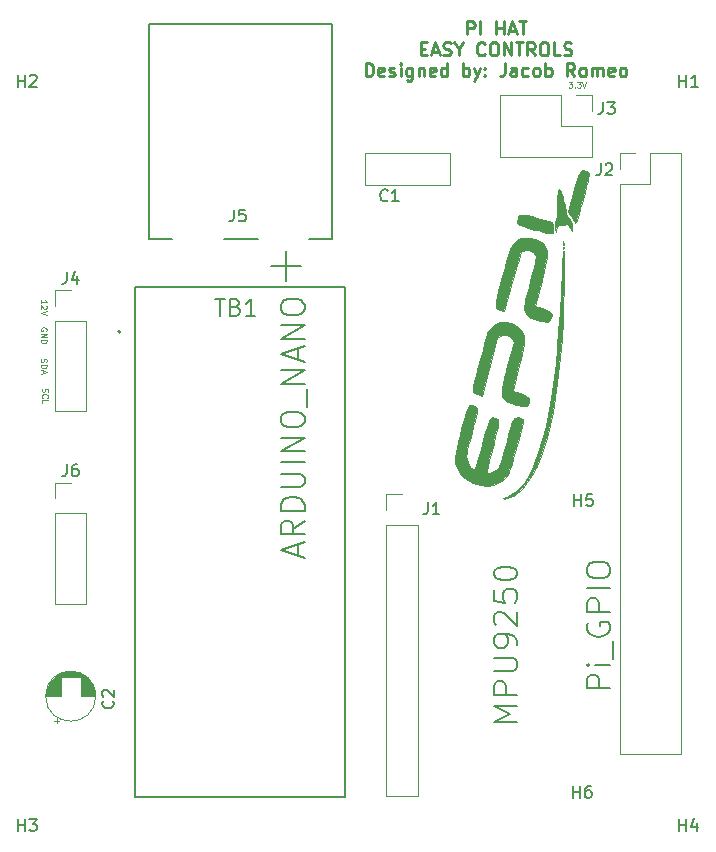
<source format=gbr>
%TF.GenerationSoftware,KiCad,Pcbnew,(6.0.4)*%
%TF.CreationDate,2022-09-08T01:36:39-04:00*%
%TF.ProjectId,Pi_HAT,50695f48-4154-42e6-9b69-6361645f7063,rev?*%
%TF.SameCoordinates,Original*%
%TF.FileFunction,Legend,Top*%
%TF.FilePolarity,Positive*%
%FSLAX46Y46*%
G04 Gerber Fmt 4.6, Leading zero omitted, Abs format (unit mm)*
G04 Created by KiCad (PCBNEW (6.0.4)) date 2022-09-08 01:36:39*
%MOMM*%
%LPD*%
G01*
G04 APERTURE LIST*
%ADD10C,0.150000*%
%ADD11C,0.100000*%
%ADD12C,0.250000*%
%ADD13C,0.127000*%
%ADD14C,0.200000*%
%ADD15C,0.120000*%
%ADD16C,0.010000*%
G04 APERTURE END LIST*
D10*
X141004761Y-126223809D02*
X139004761Y-126223809D01*
X140433333Y-125557142D01*
X139004761Y-124890476D01*
X141004761Y-124890476D01*
X141004761Y-123938095D02*
X139004761Y-123938095D01*
X139004761Y-123176190D01*
X139100000Y-122985714D01*
X139195238Y-122890476D01*
X139385714Y-122795238D01*
X139671428Y-122795238D01*
X139861904Y-122890476D01*
X139957142Y-122985714D01*
X140052380Y-123176190D01*
X140052380Y-123938095D01*
X139004761Y-121938095D02*
X140623809Y-121938095D01*
X140814285Y-121842857D01*
X140909523Y-121747619D01*
X141004761Y-121557142D01*
X141004761Y-121176190D01*
X140909523Y-120985714D01*
X140814285Y-120890476D01*
X140623809Y-120795238D01*
X139004761Y-120795238D01*
X141004761Y-119747619D02*
X141004761Y-119366666D01*
X140909523Y-119176190D01*
X140814285Y-119080952D01*
X140528571Y-118890476D01*
X140147619Y-118795238D01*
X139385714Y-118795238D01*
X139195238Y-118890476D01*
X139100000Y-118985714D01*
X139004761Y-119176190D01*
X139004761Y-119557142D01*
X139100000Y-119747619D01*
X139195238Y-119842857D01*
X139385714Y-119938095D01*
X139861904Y-119938095D01*
X140052380Y-119842857D01*
X140147619Y-119747619D01*
X140242857Y-119557142D01*
X140242857Y-119176190D01*
X140147619Y-118985714D01*
X140052380Y-118890476D01*
X139861904Y-118795238D01*
X139195238Y-118033333D02*
X139100000Y-117938095D01*
X139004761Y-117747619D01*
X139004761Y-117271428D01*
X139100000Y-117080952D01*
X139195238Y-116985714D01*
X139385714Y-116890476D01*
X139576190Y-116890476D01*
X139861904Y-116985714D01*
X141004761Y-118128571D01*
X141004761Y-116890476D01*
X139004761Y-115080952D02*
X139004761Y-116033333D01*
X139957142Y-116128571D01*
X139861904Y-116033333D01*
X139766666Y-115842857D01*
X139766666Y-115366666D01*
X139861904Y-115176190D01*
X139957142Y-115080952D01*
X140147619Y-114985714D01*
X140623809Y-114985714D01*
X140814285Y-115080952D01*
X140909523Y-115176190D01*
X141004761Y-115366666D01*
X141004761Y-115842857D01*
X140909523Y-116033333D01*
X140814285Y-116128571D01*
X139004761Y-113747619D02*
X139004761Y-113557142D01*
X139100000Y-113366666D01*
X139195238Y-113271428D01*
X139385714Y-113176190D01*
X139766666Y-113080952D01*
X140242857Y-113080952D01*
X140623809Y-113176190D01*
X140814285Y-113271428D01*
X140909523Y-113366666D01*
X141004761Y-113557142D01*
X141004761Y-113747619D01*
X140909523Y-113938095D01*
X140814285Y-114033333D01*
X140623809Y-114128571D01*
X140242857Y-114223809D01*
X139766666Y-114223809D01*
X139385714Y-114128571D01*
X139195238Y-114033333D01*
X139100000Y-113938095D01*
X139004761Y-113747619D01*
D11*
X145361904Y-72026190D02*
X145671428Y-72026190D01*
X145504761Y-72216666D01*
X145576190Y-72216666D01*
X145623809Y-72240476D01*
X145647619Y-72264285D01*
X145671428Y-72311904D01*
X145671428Y-72430952D01*
X145647619Y-72478571D01*
X145623809Y-72502380D01*
X145576190Y-72526190D01*
X145433333Y-72526190D01*
X145385714Y-72502380D01*
X145361904Y-72478571D01*
X145885714Y-72478571D02*
X145909523Y-72502380D01*
X145885714Y-72526190D01*
X145861904Y-72502380D01*
X145885714Y-72478571D01*
X145885714Y-72526190D01*
X146076190Y-72026190D02*
X146385714Y-72026190D01*
X146219047Y-72216666D01*
X146290476Y-72216666D01*
X146338095Y-72240476D01*
X146361904Y-72264285D01*
X146385714Y-72311904D01*
X146385714Y-72430952D01*
X146361904Y-72478571D01*
X146338095Y-72502380D01*
X146290476Y-72526190D01*
X146147619Y-72526190D01*
X146100000Y-72502380D01*
X146076190Y-72478571D01*
X146528571Y-72026190D02*
X146695238Y-72526190D01*
X146861904Y-72026190D01*
X101150000Y-93119047D02*
X101173809Y-93071428D01*
X101173809Y-93000000D01*
X101150000Y-92928571D01*
X101102380Y-92880952D01*
X101054761Y-92857142D01*
X100959523Y-92833333D01*
X100888095Y-92833333D01*
X100792857Y-92857142D01*
X100745238Y-92880952D01*
X100697619Y-92928571D01*
X100673809Y-93000000D01*
X100673809Y-93047619D01*
X100697619Y-93119047D01*
X100721428Y-93142857D01*
X100888095Y-93142857D01*
X100888095Y-93047619D01*
X100673809Y-93357142D02*
X101173809Y-93357142D01*
X100673809Y-93642857D01*
X101173809Y-93642857D01*
X100673809Y-93880952D02*
X101173809Y-93880952D01*
X101173809Y-94000000D01*
X101150000Y-94071428D01*
X101102380Y-94119047D01*
X101054761Y-94142857D01*
X100959523Y-94166666D01*
X100888095Y-94166666D01*
X100792857Y-94142857D01*
X100745238Y-94119047D01*
X100697619Y-94071428D01*
X100673809Y-94000000D01*
X100673809Y-93880952D01*
X100673809Y-90790476D02*
X100673809Y-90504761D01*
X100673809Y-90647619D02*
X101173809Y-90647619D01*
X101102380Y-90600000D01*
X101054761Y-90552380D01*
X101030952Y-90504761D01*
X101126190Y-90980952D02*
X101150000Y-91004761D01*
X101173809Y-91052380D01*
X101173809Y-91171428D01*
X101150000Y-91219047D01*
X101126190Y-91242857D01*
X101078571Y-91266666D01*
X101030952Y-91266666D01*
X100959523Y-91242857D01*
X100673809Y-90957142D01*
X100673809Y-91266666D01*
X101173809Y-91409523D02*
X100673809Y-91576190D01*
X101173809Y-91742857D01*
X100697619Y-95492857D02*
X100673809Y-95564285D01*
X100673809Y-95683333D01*
X100697619Y-95730952D01*
X100721428Y-95754761D01*
X100769047Y-95778571D01*
X100816666Y-95778571D01*
X100864285Y-95754761D01*
X100888095Y-95730952D01*
X100911904Y-95683333D01*
X100935714Y-95588095D01*
X100959523Y-95540476D01*
X100983333Y-95516666D01*
X101030952Y-95492857D01*
X101078571Y-95492857D01*
X101126190Y-95516666D01*
X101150000Y-95540476D01*
X101173809Y-95588095D01*
X101173809Y-95707142D01*
X101150000Y-95778571D01*
X100673809Y-95992857D02*
X101173809Y-95992857D01*
X101173809Y-96111904D01*
X101150000Y-96183333D01*
X101102380Y-96230952D01*
X101054761Y-96254761D01*
X100959523Y-96278571D01*
X100888095Y-96278571D01*
X100792857Y-96254761D01*
X100745238Y-96230952D01*
X100697619Y-96183333D01*
X100673809Y-96111904D01*
X100673809Y-95992857D01*
X100816666Y-96469047D02*
X100816666Y-96707142D01*
X100673809Y-96421428D02*
X101173809Y-96588095D01*
X100673809Y-96754761D01*
X100797619Y-98004761D02*
X100773809Y-98076190D01*
X100773809Y-98195238D01*
X100797619Y-98242857D01*
X100821428Y-98266666D01*
X100869047Y-98290476D01*
X100916666Y-98290476D01*
X100964285Y-98266666D01*
X100988095Y-98242857D01*
X101011904Y-98195238D01*
X101035714Y-98100000D01*
X101059523Y-98052380D01*
X101083333Y-98028571D01*
X101130952Y-98004761D01*
X101178571Y-98004761D01*
X101226190Y-98028571D01*
X101250000Y-98052380D01*
X101273809Y-98100000D01*
X101273809Y-98219047D01*
X101250000Y-98290476D01*
X100821428Y-98790476D02*
X100797619Y-98766666D01*
X100773809Y-98695238D01*
X100773809Y-98647619D01*
X100797619Y-98576190D01*
X100845238Y-98528571D01*
X100892857Y-98504761D01*
X100988095Y-98480952D01*
X101059523Y-98480952D01*
X101154761Y-98504761D01*
X101202380Y-98528571D01*
X101250000Y-98576190D01*
X101273809Y-98647619D01*
X101273809Y-98695238D01*
X101250000Y-98766666D01*
X101226190Y-98790476D01*
X100773809Y-99242857D02*
X100773809Y-99004761D01*
X101273809Y-99004761D01*
D12*
X136764285Y-68026619D02*
X136764285Y-66926619D01*
X137183333Y-66926619D01*
X137288095Y-66979000D01*
X137340476Y-67031380D01*
X137392857Y-67136142D01*
X137392857Y-67293285D01*
X137340476Y-67398047D01*
X137288095Y-67450428D01*
X137183333Y-67502809D01*
X136764285Y-67502809D01*
X137864285Y-68026619D02*
X137864285Y-66926619D01*
X139226190Y-68026619D02*
X139226190Y-66926619D01*
X139226190Y-67450428D02*
X139854761Y-67450428D01*
X139854761Y-68026619D02*
X139854761Y-66926619D01*
X140326190Y-67712333D02*
X140850000Y-67712333D01*
X140221428Y-68026619D02*
X140588095Y-66926619D01*
X140954761Y-68026619D01*
X141164285Y-66926619D02*
X141792857Y-66926619D01*
X141478571Y-68026619D02*
X141478571Y-66926619D01*
X132861904Y-69221428D02*
X133228571Y-69221428D01*
X133385714Y-69797619D02*
X132861904Y-69797619D01*
X132861904Y-68697619D01*
X133385714Y-68697619D01*
X133804761Y-69483333D02*
X134328571Y-69483333D01*
X133700000Y-69797619D02*
X134066666Y-68697619D01*
X134433333Y-69797619D01*
X134747619Y-69745238D02*
X134904761Y-69797619D01*
X135166666Y-69797619D01*
X135271428Y-69745238D01*
X135323809Y-69692857D01*
X135376190Y-69588095D01*
X135376190Y-69483333D01*
X135323809Y-69378571D01*
X135271428Y-69326190D01*
X135166666Y-69273809D01*
X134957142Y-69221428D01*
X134852380Y-69169047D01*
X134800000Y-69116666D01*
X134747619Y-69011904D01*
X134747619Y-68907142D01*
X134800000Y-68802380D01*
X134852380Y-68750000D01*
X134957142Y-68697619D01*
X135219047Y-68697619D01*
X135376190Y-68750000D01*
X136057142Y-69273809D02*
X136057142Y-69797619D01*
X135690476Y-68697619D02*
X136057142Y-69273809D01*
X136423809Y-68697619D01*
X138257142Y-69692857D02*
X138204761Y-69745238D01*
X138047619Y-69797619D01*
X137942857Y-69797619D01*
X137785714Y-69745238D01*
X137680952Y-69640476D01*
X137628571Y-69535714D01*
X137576190Y-69326190D01*
X137576190Y-69169047D01*
X137628571Y-68959523D01*
X137680952Y-68854761D01*
X137785714Y-68750000D01*
X137942857Y-68697619D01*
X138047619Y-68697619D01*
X138204761Y-68750000D01*
X138257142Y-68802380D01*
X138938095Y-68697619D02*
X139147619Y-68697619D01*
X139252380Y-68750000D01*
X139357142Y-68854761D01*
X139409523Y-69064285D01*
X139409523Y-69430952D01*
X139357142Y-69640476D01*
X139252380Y-69745238D01*
X139147619Y-69797619D01*
X138938095Y-69797619D01*
X138833333Y-69745238D01*
X138728571Y-69640476D01*
X138676190Y-69430952D01*
X138676190Y-69064285D01*
X138728571Y-68854761D01*
X138833333Y-68750000D01*
X138938095Y-68697619D01*
X139880952Y-69797619D02*
X139880952Y-68697619D01*
X140509523Y-69797619D01*
X140509523Y-68697619D01*
X140876190Y-68697619D02*
X141504761Y-68697619D01*
X141190476Y-69797619D02*
X141190476Y-68697619D01*
X142500000Y-69797619D02*
X142133333Y-69273809D01*
X141871428Y-69797619D02*
X141871428Y-68697619D01*
X142290476Y-68697619D01*
X142395238Y-68750000D01*
X142447619Y-68802380D01*
X142500000Y-68907142D01*
X142500000Y-69064285D01*
X142447619Y-69169047D01*
X142395238Y-69221428D01*
X142290476Y-69273809D01*
X141871428Y-69273809D01*
X143180952Y-68697619D02*
X143390476Y-68697619D01*
X143495238Y-68750000D01*
X143600000Y-68854761D01*
X143652380Y-69064285D01*
X143652380Y-69430952D01*
X143600000Y-69640476D01*
X143495238Y-69745238D01*
X143390476Y-69797619D01*
X143180952Y-69797619D01*
X143076190Y-69745238D01*
X142971428Y-69640476D01*
X142919047Y-69430952D01*
X142919047Y-69064285D01*
X142971428Y-68854761D01*
X143076190Y-68750000D01*
X143180952Y-68697619D01*
X144647619Y-69797619D02*
X144123809Y-69797619D01*
X144123809Y-68697619D01*
X144961904Y-69745238D02*
X145119047Y-69797619D01*
X145380952Y-69797619D01*
X145485714Y-69745238D01*
X145538095Y-69692857D01*
X145590476Y-69588095D01*
X145590476Y-69483333D01*
X145538095Y-69378571D01*
X145485714Y-69326190D01*
X145380952Y-69273809D01*
X145171428Y-69221428D01*
X145066666Y-69169047D01*
X145014285Y-69116666D01*
X144961904Y-69011904D01*
X144961904Y-68907142D01*
X145014285Y-68802380D01*
X145066666Y-68750000D01*
X145171428Y-68697619D01*
X145433333Y-68697619D01*
X145590476Y-68750000D01*
X128200000Y-71568619D02*
X128200000Y-70468619D01*
X128461904Y-70468619D01*
X128619047Y-70521000D01*
X128723809Y-70625761D01*
X128776190Y-70730523D01*
X128828571Y-70940047D01*
X128828571Y-71097190D01*
X128776190Y-71306714D01*
X128723809Y-71411476D01*
X128619047Y-71516238D01*
X128461904Y-71568619D01*
X128200000Y-71568619D01*
X129719047Y-71516238D02*
X129614285Y-71568619D01*
X129404761Y-71568619D01*
X129300000Y-71516238D01*
X129247619Y-71411476D01*
X129247619Y-70992428D01*
X129300000Y-70887666D01*
X129404761Y-70835285D01*
X129614285Y-70835285D01*
X129719047Y-70887666D01*
X129771428Y-70992428D01*
X129771428Y-71097190D01*
X129247619Y-71201952D01*
X130190476Y-71516238D02*
X130295238Y-71568619D01*
X130504761Y-71568619D01*
X130609523Y-71516238D01*
X130661904Y-71411476D01*
X130661904Y-71359095D01*
X130609523Y-71254333D01*
X130504761Y-71201952D01*
X130347619Y-71201952D01*
X130242857Y-71149571D01*
X130190476Y-71044809D01*
X130190476Y-70992428D01*
X130242857Y-70887666D01*
X130347619Y-70835285D01*
X130504761Y-70835285D01*
X130609523Y-70887666D01*
X131133333Y-71568619D02*
X131133333Y-70835285D01*
X131133333Y-70468619D02*
X131080952Y-70521000D01*
X131133333Y-70573380D01*
X131185714Y-70521000D01*
X131133333Y-70468619D01*
X131133333Y-70573380D01*
X132128571Y-70835285D02*
X132128571Y-71725761D01*
X132076190Y-71830523D01*
X132023809Y-71882904D01*
X131919047Y-71935285D01*
X131761904Y-71935285D01*
X131657142Y-71882904D01*
X132128571Y-71516238D02*
X132023809Y-71568619D01*
X131814285Y-71568619D01*
X131709523Y-71516238D01*
X131657142Y-71463857D01*
X131604761Y-71359095D01*
X131604761Y-71044809D01*
X131657142Y-70940047D01*
X131709523Y-70887666D01*
X131814285Y-70835285D01*
X132023809Y-70835285D01*
X132128571Y-70887666D01*
X132652380Y-70835285D02*
X132652380Y-71568619D01*
X132652380Y-70940047D02*
X132704761Y-70887666D01*
X132809523Y-70835285D01*
X132966666Y-70835285D01*
X133071428Y-70887666D01*
X133123809Y-70992428D01*
X133123809Y-71568619D01*
X134066666Y-71516238D02*
X133961904Y-71568619D01*
X133752380Y-71568619D01*
X133647619Y-71516238D01*
X133595238Y-71411476D01*
X133595238Y-70992428D01*
X133647619Y-70887666D01*
X133752380Y-70835285D01*
X133961904Y-70835285D01*
X134066666Y-70887666D01*
X134119047Y-70992428D01*
X134119047Y-71097190D01*
X133595238Y-71201952D01*
X135061904Y-71568619D02*
X135061904Y-70468619D01*
X135061904Y-71516238D02*
X134957142Y-71568619D01*
X134747619Y-71568619D01*
X134642857Y-71516238D01*
X134590476Y-71463857D01*
X134538095Y-71359095D01*
X134538095Y-71044809D01*
X134590476Y-70940047D01*
X134642857Y-70887666D01*
X134747619Y-70835285D01*
X134957142Y-70835285D01*
X135061904Y-70887666D01*
X136423809Y-71568619D02*
X136423809Y-70468619D01*
X136423809Y-70887666D02*
X136528571Y-70835285D01*
X136738095Y-70835285D01*
X136842857Y-70887666D01*
X136895238Y-70940047D01*
X136947619Y-71044809D01*
X136947619Y-71359095D01*
X136895238Y-71463857D01*
X136842857Y-71516238D01*
X136738095Y-71568619D01*
X136528571Y-71568619D01*
X136423809Y-71516238D01*
X137314285Y-70835285D02*
X137576190Y-71568619D01*
X137838095Y-70835285D02*
X137576190Y-71568619D01*
X137471428Y-71830523D01*
X137419047Y-71882904D01*
X137314285Y-71935285D01*
X138257142Y-71463857D02*
X138309523Y-71516238D01*
X138257142Y-71568619D01*
X138204761Y-71516238D01*
X138257142Y-71463857D01*
X138257142Y-71568619D01*
X138257142Y-70887666D02*
X138309523Y-70940047D01*
X138257142Y-70992428D01*
X138204761Y-70940047D01*
X138257142Y-70887666D01*
X138257142Y-70992428D01*
X139933333Y-70468619D02*
X139933333Y-71254333D01*
X139880952Y-71411476D01*
X139776190Y-71516238D01*
X139619047Y-71568619D01*
X139514285Y-71568619D01*
X140928571Y-71568619D02*
X140928571Y-70992428D01*
X140876190Y-70887666D01*
X140771428Y-70835285D01*
X140561904Y-70835285D01*
X140457142Y-70887666D01*
X140928571Y-71516238D02*
X140823809Y-71568619D01*
X140561904Y-71568619D01*
X140457142Y-71516238D01*
X140404761Y-71411476D01*
X140404761Y-71306714D01*
X140457142Y-71201952D01*
X140561904Y-71149571D01*
X140823809Y-71149571D01*
X140928571Y-71097190D01*
X141923809Y-71516238D02*
X141819047Y-71568619D01*
X141609523Y-71568619D01*
X141504761Y-71516238D01*
X141452380Y-71463857D01*
X141400000Y-71359095D01*
X141400000Y-71044809D01*
X141452380Y-70940047D01*
X141504761Y-70887666D01*
X141609523Y-70835285D01*
X141819047Y-70835285D01*
X141923809Y-70887666D01*
X142552380Y-71568619D02*
X142447619Y-71516238D01*
X142395238Y-71463857D01*
X142342857Y-71359095D01*
X142342857Y-71044809D01*
X142395238Y-70940047D01*
X142447619Y-70887666D01*
X142552380Y-70835285D01*
X142709523Y-70835285D01*
X142814285Y-70887666D01*
X142866666Y-70940047D01*
X142919047Y-71044809D01*
X142919047Y-71359095D01*
X142866666Y-71463857D01*
X142814285Y-71516238D01*
X142709523Y-71568619D01*
X142552380Y-71568619D01*
X143390476Y-71568619D02*
X143390476Y-70468619D01*
X143390476Y-70887666D02*
X143495238Y-70835285D01*
X143704761Y-70835285D01*
X143809523Y-70887666D01*
X143861904Y-70940047D01*
X143914285Y-71044809D01*
X143914285Y-71359095D01*
X143861904Y-71463857D01*
X143809523Y-71516238D01*
X143704761Y-71568619D01*
X143495238Y-71568619D01*
X143390476Y-71516238D01*
X145852380Y-71568619D02*
X145485714Y-71044809D01*
X145223809Y-71568619D02*
X145223809Y-70468619D01*
X145642857Y-70468619D01*
X145747619Y-70521000D01*
X145800000Y-70573380D01*
X145852380Y-70678142D01*
X145852380Y-70835285D01*
X145800000Y-70940047D01*
X145747619Y-70992428D01*
X145642857Y-71044809D01*
X145223809Y-71044809D01*
X146480952Y-71568619D02*
X146376190Y-71516238D01*
X146323809Y-71463857D01*
X146271428Y-71359095D01*
X146271428Y-71044809D01*
X146323809Y-70940047D01*
X146376190Y-70887666D01*
X146480952Y-70835285D01*
X146638095Y-70835285D01*
X146742857Y-70887666D01*
X146795238Y-70940047D01*
X146847619Y-71044809D01*
X146847619Y-71359095D01*
X146795238Y-71463857D01*
X146742857Y-71516238D01*
X146638095Y-71568619D01*
X146480952Y-71568619D01*
X147319047Y-71568619D02*
X147319047Y-70835285D01*
X147319047Y-70940047D02*
X147371428Y-70887666D01*
X147476190Y-70835285D01*
X147633333Y-70835285D01*
X147738095Y-70887666D01*
X147790476Y-70992428D01*
X147790476Y-71568619D01*
X147790476Y-70992428D02*
X147842857Y-70887666D01*
X147947619Y-70835285D01*
X148104761Y-70835285D01*
X148209523Y-70887666D01*
X148261904Y-70992428D01*
X148261904Y-71568619D01*
X149204761Y-71516238D02*
X149100000Y-71568619D01*
X148890476Y-71568619D01*
X148785714Y-71516238D01*
X148733333Y-71411476D01*
X148733333Y-70992428D01*
X148785714Y-70887666D01*
X148890476Y-70835285D01*
X149100000Y-70835285D01*
X149204761Y-70887666D01*
X149257142Y-70992428D01*
X149257142Y-71097190D01*
X148733333Y-71201952D01*
X149885714Y-71568619D02*
X149780952Y-71516238D01*
X149728571Y-71463857D01*
X149676190Y-71359095D01*
X149676190Y-71044809D01*
X149728571Y-70940047D01*
X149780952Y-70887666D01*
X149885714Y-70835285D01*
X150042857Y-70835285D01*
X150147619Y-70887666D01*
X150200000Y-70940047D01*
X150252380Y-71044809D01*
X150252380Y-71359095D01*
X150200000Y-71463857D01*
X150147619Y-71516238D01*
X150042857Y-71568619D01*
X149885714Y-71568619D01*
D10*
%TO.C,TB1*%
X115433333Y-90433333D02*
X116233333Y-90433333D01*
X115833333Y-91833333D02*
X115833333Y-90433333D01*
X117166666Y-91100000D02*
X117366666Y-91166666D01*
X117433333Y-91233333D01*
X117500000Y-91366666D01*
X117500000Y-91566666D01*
X117433333Y-91700000D01*
X117366666Y-91766666D01*
X117233333Y-91833333D01*
X116700000Y-91833333D01*
X116700000Y-90433333D01*
X117166666Y-90433333D01*
X117300000Y-90500000D01*
X117366666Y-90566666D01*
X117433333Y-90700000D01*
X117433333Y-90833333D01*
X117366666Y-90966666D01*
X117300000Y-91033333D01*
X117166666Y-91100000D01*
X116700000Y-91100000D01*
X118833333Y-91833333D02*
X118033333Y-91833333D01*
X118433333Y-91833333D02*
X118433333Y-90433333D01*
X118300000Y-90633333D01*
X118166666Y-90766666D01*
X118033333Y-90833333D01*
X122433333Y-112157142D02*
X122433333Y-111204761D01*
X123004761Y-112347619D02*
X121004761Y-111680952D01*
X123004761Y-111014285D01*
X123004761Y-109204761D02*
X122052380Y-109871428D01*
X123004761Y-110347619D02*
X121004761Y-110347619D01*
X121004761Y-109585714D01*
X121100000Y-109395238D01*
X121195238Y-109300000D01*
X121385714Y-109204761D01*
X121671428Y-109204761D01*
X121861904Y-109300000D01*
X121957142Y-109395238D01*
X122052380Y-109585714D01*
X122052380Y-110347619D01*
X123004761Y-108347619D02*
X121004761Y-108347619D01*
X121004761Y-107871428D01*
X121100000Y-107585714D01*
X121290476Y-107395238D01*
X121480952Y-107300000D01*
X121861904Y-107204761D01*
X122147619Y-107204761D01*
X122528571Y-107300000D01*
X122719047Y-107395238D01*
X122909523Y-107585714D01*
X123004761Y-107871428D01*
X123004761Y-108347619D01*
X121004761Y-106347619D02*
X122623809Y-106347619D01*
X122814285Y-106252380D01*
X122909523Y-106157142D01*
X123004761Y-105966666D01*
X123004761Y-105585714D01*
X122909523Y-105395238D01*
X122814285Y-105300000D01*
X122623809Y-105204761D01*
X121004761Y-105204761D01*
X123004761Y-104252380D02*
X121004761Y-104252380D01*
X123004761Y-103300000D02*
X121004761Y-103300000D01*
X123004761Y-102157142D01*
X121004761Y-102157142D01*
X121004761Y-100823809D02*
X121004761Y-100442857D01*
X121100000Y-100252380D01*
X121290476Y-100061904D01*
X121671428Y-99966666D01*
X122338095Y-99966666D01*
X122719047Y-100061904D01*
X122909523Y-100252380D01*
X123004761Y-100442857D01*
X123004761Y-100823809D01*
X122909523Y-101014285D01*
X122719047Y-101204761D01*
X122338095Y-101300000D01*
X121671428Y-101300000D01*
X121290476Y-101204761D01*
X121100000Y-101014285D01*
X121004761Y-100823809D01*
X123195238Y-99585714D02*
X123195238Y-98061904D01*
X123004761Y-97585714D02*
X121004761Y-97585714D01*
X123004761Y-96442857D01*
X121004761Y-96442857D01*
X122433333Y-95585714D02*
X122433333Y-94633333D01*
X123004761Y-95776190D02*
X121004761Y-95109523D01*
X123004761Y-94442857D01*
X123004761Y-93776190D02*
X121004761Y-93776190D01*
X123004761Y-92633333D01*
X121004761Y-92633333D01*
X121004761Y-91300000D02*
X121004761Y-90919047D01*
X121100000Y-90728571D01*
X121290476Y-90538095D01*
X121671428Y-90442857D01*
X122338095Y-90442857D01*
X122719047Y-90538095D01*
X122909523Y-90728571D01*
X123004761Y-90919047D01*
X123004761Y-91300000D01*
X122909523Y-91490476D01*
X122719047Y-91680952D01*
X122338095Y-91776190D01*
X121671428Y-91776190D01*
X121290476Y-91680952D01*
X121100000Y-91490476D01*
X121004761Y-91300000D01*
%TO.C,J3*%
X148266666Y-73752380D02*
X148266666Y-74466666D01*
X148219047Y-74609523D01*
X148123809Y-74704761D01*
X147980952Y-74752380D01*
X147885714Y-74752380D01*
X148647619Y-73752380D02*
X149266666Y-73752380D01*
X148933333Y-74133333D01*
X149076190Y-74133333D01*
X149171428Y-74180952D01*
X149219047Y-74228571D01*
X149266666Y-74323809D01*
X149266666Y-74561904D01*
X149219047Y-74657142D01*
X149171428Y-74704761D01*
X149076190Y-74752380D01*
X148790476Y-74752380D01*
X148695238Y-74704761D01*
X148647619Y-74657142D01*
%TO.C,H1*%
X154738095Y-72452380D02*
X154738095Y-71452380D01*
X154738095Y-71928571D02*
X155309523Y-71928571D01*
X155309523Y-72452380D02*
X155309523Y-71452380D01*
X156309523Y-72452380D02*
X155738095Y-72452380D01*
X156023809Y-72452380D02*
X156023809Y-71452380D01*
X155928571Y-71595238D01*
X155833333Y-71690476D01*
X155738095Y-71738095D01*
%TO.C,H2*%
X98738095Y-72452380D02*
X98738095Y-71452380D01*
X98738095Y-71928571D02*
X99309523Y-71928571D01*
X99309523Y-72452380D02*
X99309523Y-71452380D01*
X99738095Y-71547619D02*
X99785714Y-71500000D01*
X99880952Y-71452380D01*
X100119047Y-71452380D01*
X100214285Y-71500000D01*
X100261904Y-71547619D01*
X100309523Y-71642857D01*
X100309523Y-71738095D01*
X100261904Y-71880952D01*
X99690476Y-72452380D01*
X100309523Y-72452380D01*
%TO.C,H3*%
X98738095Y-135452380D02*
X98738095Y-134452380D01*
X98738095Y-134928571D02*
X99309523Y-134928571D01*
X99309523Y-135452380D02*
X99309523Y-134452380D01*
X99690476Y-134452380D02*
X100309523Y-134452380D01*
X99976190Y-134833333D01*
X100119047Y-134833333D01*
X100214285Y-134880952D01*
X100261904Y-134928571D01*
X100309523Y-135023809D01*
X100309523Y-135261904D01*
X100261904Y-135357142D01*
X100214285Y-135404761D01*
X100119047Y-135452380D01*
X99833333Y-135452380D01*
X99738095Y-135404761D01*
X99690476Y-135357142D01*
%TO.C,J1*%
X133416666Y-107652380D02*
X133416666Y-108366666D01*
X133369047Y-108509523D01*
X133273809Y-108604761D01*
X133130952Y-108652380D01*
X133035714Y-108652380D01*
X134416666Y-108652380D02*
X133845238Y-108652380D01*
X134130952Y-108652380D02*
X134130952Y-107652380D01*
X134035714Y-107795238D01*
X133940476Y-107890476D01*
X133845238Y-107938095D01*
%TO.C,H4*%
X154738095Y-135452380D02*
X154738095Y-134452380D01*
X154738095Y-134928571D02*
X155309523Y-134928571D01*
X155309523Y-135452380D02*
X155309523Y-134452380D01*
X156214285Y-134785714D02*
X156214285Y-135452380D01*
X155976190Y-134404761D02*
X155738095Y-135119047D01*
X156357142Y-135119047D01*
%TO.C,J2*%
X148066666Y-78952380D02*
X148066666Y-79666666D01*
X148019047Y-79809523D01*
X147923809Y-79904761D01*
X147780952Y-79952380D01*
X147685714Y-79952380D01*
X148495238Y-79047619D02*
X148542857Y-79000000D01*
X148638095Y-78952380D01*
X148876190Y-78952380D01*
X148971428Y-79000000D01*
X149019047Y-79047619D01*
X149066666Y-79142857D01*
X149066666Y-79238095D01*
X149019047Y-79380952D01*
X148447619Y-79952380D01*
X149066666Y-79952380D01*
X148904761Y-123385714D02*
X146904761Y-123385714D01*
X146904761Y-122623809D01*
X147000000Y-122433333D01*
X147095238Y-122338095D01*
X147285714Y-122242857D01*
X147571428Y-122242857D01*
X147761904Y-122338095D01*
X147857142Y-122433333D01*
X147952380Y-122623809D01*
X147952380Y-123385714D01*
X148904761Y-121385714D02*
X147571428Y-121385714D01*
X146904761Y-121385714D02*
X147000000Y-121480952D01*
X147095238Y-121385714D01*
X147000000Y-121290476D01*
X146904761Y-121385714D01*
X147095238Y-121385714D01*
X149095238Y-120909523D02*
X149095238Y-119385714D01*
X147000000Y-117861904D02*
X146904761Y-118052380D01*
X146904761Y-118338095D01*
X147000000Y-118623809D01*
X147190476Y-118814285D01*
X147380952Y-118909523D01*
X147761904Y-119004761D01*
X148047619Y-119004761D01*
X148428571Y-118909523D01*
X148619047Y-118814285D01*
X148809523Y-118623809D01*
X148904761Y-118338095D01*
X148904761Y-118147619D01*
X148809523Y-117861904D01*
X148714285Y-117766666D01*
X148047619Y-117766666D01*
X148047619Y-118147619D01*
X148904761Y-116909523D02*
X146904761Y-116909523D01*
X146904761Y-116147619D01*
X147000000Y-115957142D01*
X147095238Y-115861904D01*
X147285714Y-115766666D01*
X147571428Y-115766666D01*
X147761904Y-115861904D01*
X147857142Y-115957142D01*
X147952380Y-116147619D01*
X147952380Y-116909523D01*
X148904761Y-114909523D02*
X146904761Y-114909523D01*
X146904761Y-113576190D02*
X146904761Y-113195238D01*
X147000000Y-113004761D01*
X147190476Y-112814285D01*
X147571428Y-112719047D01*
X148238095Y-112719047D01*
X148619047Y-112814285D01*
X148809523Y-113004761D01*
X148904761Y-113195238D01*
X148904761Y-113576190D01*
X148809523Y-113766666D01*
X148619047Y-113957142D01*
X148238095Y-114052380D01*
X147571428Y-114052380D01*
X147190476Y-113957142D01*
X147000000Y-113766666D01*
X146904761Y-113576190D01*
%TO.C,C1*%
X130033333Y-82057142D02*
X129985714Y-82104761D01*
X129842857Y-82152380D01*
X129747619Y-82152380D01*
X129604761Y-82104761D01*
X129509523Y-82009523D01*
X129461904Y-81914285D01*
X129414285Y-81723809D01*
X129414285Y-81580952D01*
X129461904Y-81390476D01*
X129509523Y-81295238D01*
X129604761Y-81200000D01*
X129747619Y-81152380D01*
X129842857Y-81152380D01*
X129985714Y-81200000D01*
X130033333Y-81247619D01*
X130985714Y-82152380D02*
X130414285Y-82152380D01*
X130700000Y-82152380D02*
X130700000Y-81152380D01*
X130604761Y-81295238D01*
X130509523Y-81390476D01*
X130414285Y-81438095D01*
%TO.C,J4*%
X102866666Y-88122380D02*
X102866666Y-88836666D01*
X102819047Y-88979523D01*
X102723809Y-89074761D01*
X102580952Y-89122380D01*
X102485714Y-89122380D01*
X103771428Y-88455714D02*
X103771428Y-89122380D01*
X103533333Y-88074761D02*
X103295238Y-88789047D01*
X103914285Y-88789047D01*
%TO.C,J5*%
X117016519Y-82852139D02*
X117016519Y-83566740D01*
X116968879Y-83709660D01*
X116873599Y-83804940D01*
X116730679Y-83852580D01*
X116635399Y-83852580D01*
X117969320Y-82852139D02*
X117492920Y-82852139D01*
X117445280Y-83328539D01*
X117492920Y-83280899D01*
X117588200Y-83233259D01*
X117826400Y-83233259D01*
X117921680Y-83280899D01*
X117969320Y-83328539D01*
X118016960Y-83423820D01*
X118016960Y-83662020D01*
X117969320Y-83757300D01*
X117921680Y-83804940D01*
X117826400Y-83852580D01*
X117588200Y-83852580D01*
X117492920Y-83804940D01*
X117445280Y-83757300D01*
%TO.C,H5*%
X145838095Y-107952380D02*
X145838095Y-106952380D01*
X145838095Y-107428571D02*
X146409523Y-107428571D01*
X146409523Y-107952380D02*
X146409523Y-106952380D01*
X147361904Y-106952380D02*
X146885714Y-106952380D01*
X146838095Y-107428571D01*
X146885714Y-107380952D01*
X146980952Y-107333333D01*
X147219047Y-107333333D01*
X147314285Y-107380952D01*
X147361904Y-107428571D01*
X147409523Y-107523809D01*
X147409523Y-107761904D01*
X147361904Y-107857142D01*
X147314285Y-107904761D01*
X147219047Y-107952380D01*
X146980952Y-107952380D01*
X146885714Y-107904761D01*
X146838095Y-107857142D01*
%TO.C,H6*%
X145738095Y-132652380D02*
X145738095Y-131652380D01*
X145738095Y-132128571D02*
X146309523Y-132128571D01*
X146309523Y-132652380D02*
X146309523Y-131652380D01*
X147214285Y-131652380D02*
X147023809Y-131652380D01*
X146928571Y-131700000D01*
X146880952Y-131747619D01*
X146785714Y-131890476D01*
X146738095Y-132080952D01*
X146738095Y-132461904D01*
X146785714Y-132557142D01*
X146833333Y-132604761D01*
X146928571Y-132652380D01*
X147119047Y-132652380D01*
X147214285Y-132604761D01*
X147261904Y-132557142D01*
X147309523Y-132461904D01*
X147309523Y-132223809D01*
X147261904Y-132128571D01*
X147214285Y-132080952D01*
X147119047Y-132033333D01*
X146928571Y-132033333D01*
X146833333Y-132080952D01*
X146785714Y-132128571D01*
X146738095Y-132223809D01*
%TO.C,C2*%
X106757142Y-124466666D02*
X106804761Y-124514285D01*
X106852380Y-124657142D01*
X106852380Y-124752380D01*
X106804761Y-124895238D01*
X106709523Y-124990476D01*
X106614285Y-125038095D01*
X106423809Y-125085714D01*
X106280952Y-125085714D01*
X106090476Y-125038095D01*
X105995238Y-124990476D01*
X105900000Y-124895238D01*
X105852380Y-124752380D01*
X105852380Y-124657142D01*
X105900000Y-124514285D01*
X105947619Y-124466666D01*
X105947619Y-124085714D02*
X105900000Y-124038095D01*
X105852380Y-123942857D01*
X105852380Y-123704761D01*
X105900000Y-123609523D01*
X105947619Y-123561904D01*
X106042857Y-123514285D01*
X106138095Y-123514285D01*
X106280952Y-123561904D01*
X106852380Y-124133333D01*
X106852380Y-123514285D01*
%TO.C,J6*%
X102866666Y-104422380D02*
X102866666Y-105136666D01*
X102819047Y-105279523D01*
X102723809Y-105374761D01*
X102580952Y-105422380D01*
X102485714Y-105422380D01*
X103771428Y-104422380D02*
X103580952Y-104422380D01*
X103485714Y-104470000D01*
X103438095Y-104517619D01*
X103342857Y-104660476D01*
X103295238Y-104850952D01*
X103295238Y-105231904D01*
X103342857Y-105327142D01*
X103390476Y-105374761D01*
X103485714Y-105422380D01*
X103676190Y-105422380D01*
X103771428Y-105374761D01*
X103819047Y-105327142D01*
X103866666Y-105231904D01*
X103866666Y-104993809D01*
X103819047Y-104898571D01*
X103771428Y-104850952D01*
X103676190Y-104803333D01*
X103485714Y-104803333D01*
X103390476Y-104850952D01*
X103342857Y-104898571D01*
X103295238Y-104993809D01*
D13*
%TO.C,TB1*%
X126390000Y-132590000D02*
X108610000Y-132590000D01*
X108610000Y-132590000D02*
X108610000Y-89410000D01*
X108610000Y-89410000D02*
X126390000Y-89410000D01*
X126390000Y-89410000D02*
X126390000Y-132590000D01*
D14*
X107400000Y-93200000D02*
G75*
G03*
X107400000Y-93200000I-100000J0D01*
G01*
D15*
%TO.C,J3*%
X147330000Y-78370000D02*
X139590000Y-78370000D01*
X146000000Y-73170000D02*
X147330000Y-73170000D01*
X144730000Y-75770000D02*
X147330000Y-75770000D01*
X144730000Y-73170000D02*
X144730000Y-75770000D01*
X147330000Y-73170000D02*
X147330000Y-74500000D01*
X147330000Y-75770000D02*
X147330000Y-78370000D01*
X139590000Y-73170000D02*
X139590000Y-78370000D01*
X144730000Y-73170000D02*
X139590000Y-73170000D01*
%TO.C,J1*%
X129920000Y-106970000D02*
X131250000Y-106970000D01*
X129920000Y-108300000D02*
X129920000Y-106970000D01*
X129920000Y-132490000D02*
X132580000Y-132490000D01*
X129920000Y-109570000D02*
X132580000Y-109570000D01*
X132580000Y-109570000D02*
X132580000Y-132490000D01*
X129920000Y-109570000D02*
X129920000Y-132490000D01*
%TO.C,J2*%
X149670000Y-78070000D02*
X151000000Y-78070000D01*
X152270000Y-80670000D02*
X152270000Y-78070000D01*
X154870000Y-78070000D02*
X154870000Y-128990000D01*
X152270000Y-78070000D02*
X154870000Y-78070000D01*
X149670000Y-80670000D02*
X149670000Y-128990000D01*
X149670000Y-80670000D02*
X152270000Y-80670000D01*
X149670000Y-79400000D02*
X149670000Y-78070000D01*
X149670000Y-128990000D02*
X154870000Y-128990000D01*
%TO.C,C1*%
X128080000Y-78030000D02*
X135320000Y-78030000D01*
X128080000Y-78030000D02*
X128080000Y-80770000D01*
X135320000Y-78030000D02*
X135320000Y-80770000D01*
X128080000Y-80770000D02*
X135320000Y-80770000D01*
%TO.C,J4*%
X101870000Y-89670000D02*
X103200000Y-89670000D01*
X101870000Y-92270000D02*
X104530000Y-92270000D01*
X101870000Y-92270000D02*
X101870000Y-99950000D01*
X101870000Y-91000000D02*
X101870000Y-89670000D01*
X101870000Y-99950000D02*
X104530000Y-99950000D01*
X104530000Y-92270000D02*
X104530000Y-99950000D01*
D13*
%TO.C,J5*%
X121410000Y-87625750D02*
X121410000Y-88895750D01*
X109850000Y-67115750D02*
X109850000Y-85315750D01*
X116178000Y-85315750D02*
X119022000Y-85315750D01*
X125350000Y-85315750D02*
X125350000Y-67115750D01*
X109850000Y-85315750D02*
X111822000Y-85315750D01*
X125350000Y-85315750D02*
X123378000Y-85315750D01*
X121410000Y-87625750D02*
X121410000Y-86355750D01*
X125350000Y-67115750D02*
X109850000Y-67115750D01*
X120140000Y-87625750D02*
X121410000Y-87625750D01*
X122680000Y-87625750D02*
X121410000Y-87625750D01*
D15*
%TO.C,C2*%
X104040000Y-122729000D02*
X104819000Y-122729000D01*
X104040000Y-123530000D02*
X105216000Y-123530000D01*
X101805000Y-126119801D02*
X102205000Y-126119801D01*
X104040000Y-122689000D02*
X104787000Y-122689000D01*
X104040000Y-122609000D02*
X104716000Y-122609000D01*
X101150000Y-123690000D02*
X102360000Y-123690000D01*
X102830000Y-121969000D02*
X103570000Y-121969000D01*
X104040000Y-122929000D02*
X104960000Y-122929000D01*
X101684000Y-122609000D02*
X102360000Y-122609000D01*
X104040000Y-122569000D02*
X104678000Y-122569000D01*
X102000000Y-122329000D02*
X104400000Y-122329000D01*
X104040000Y-123169000D02*
X105089000Y-123169000D01*
X102120000Y-122249000D02*
X104280000Y-122249000D01*
X101896000Y-122409000D02*
X104504000Y-122409000D01*
X104040000Y-123209000D02*
X105107000Y-123209000D01*
X101232000Y-123370000D02*
X102360000Y-123370000D01*
X104040000Y-123890000D02*
X105274000Y-123890000D01*
X101492000Y-122849000D02*
X102360000Y-122849000D01*
X102058000Y-122289000D02*
X104342000Y-122289000D01*
X101849000Y-122449000D02*
X104551000Y-122449000D01*
X101260000Y-123289000D02*
X102360000Y-123289000D01*
X101121000Y-123970000D02*
X102360000Y-123970000D01*
X104040000Y-123049000D02*
X105030000Y-123049000D01*
X102187000Y-122209000D02*
X104213000Y-122209000D01*
X104040000Y-123249000D02*
X105124000Y-123249000D01*
X104040000Y-122529000D02*
X104638000Y-122529000D01*
X102432000Y-122089000D02*
X103968000Y-122089000D01*
X101330000Y-123129000D02*
X102360000Y-123129000D01*
X104040000Y-123770000D02*
X105262000Y-123770000D01*
X101349000Y-123089000D02*
X102360000Y-123089000D01*
X104040000Y-123610000D02*
X105234000Y-123610000D01*
X104040000Y-123690000D02*
X105250000Y-123690000D01*
X104040000Y-123450000D02*
X105194000Y-123450000D01*
X101195000Y-123490000D02*
X102360000Y-123490000D01*
X104040000Y-122769000D02*
X104850000Y-122769000D01*
X104040000Y-122649000D02*
X104752000Y-122649000D01*
X101138000Y-123770000D02*
X102360000Y-123770000D01*
X101133000Y-123810000D02*
X102360000Y-123810000D01*
X101804000Y-122489000D02*
X102360000Y-122489000D01*
X101581000Y-122729000D02*
X102360000Y-122729000D01*
X101722000Y-122569000D02*
X102360000Y-122569000D01*
X101158000Y-123650000D02*
X102360000Y-123650000D01*
X101166000Y-123610000D02*
X102360000Y-123610000D01*
X104040000Y-123570000D02*
X105225000Y-123570000D01*
X104040000Y-124050000D02*
X105280000Y-124050000D01*
X101311000Y-123169000D02*
X102360000Y-123169000D01*
X104040000Y-123370000D02*
X105168000Y-123370000D01*
X101126000Y-123890000D02*
X102360000Y-123890000D01*
X101946000Y-122369000D02*
X104454000Y-122369000D01*
X104040000Y-123289000D02*
X105140000Y-123289000D01*
X102005000Y-126319801D02*
X102005000Y-125919801D01*
X101415000Y-122969000D02*
X102360000Y-122969000D01*
X101648000Y-122649000D02*
X102360000Y-122649000D01*
X101276000Y-123249000D02*
X102360000Y-123249000D01*
X104040000Y-123930000D02*
X105277000Y-123930000D01*
X101762000Y-122529000D02*
X102360000Y-122529000D01*
X104040000Y-123009000D02*
X105008000Y-123009000D01*
X101370000Y-123049000D02*
X102360000Y-123049000D01*
X104040000Y-123089000D02*
X105051000Y-123089000D01*
X101392000Y-123009000D02*
X102360000Y-123009000D01*
X104040000Y-123970000D02*
X105279000Y-123970000D01*
X101184000Y-123530000D02*
X102360000Y-123530000D01*
X102536000Y-122049000D02*
X103864000Y-122049000D01*
X104040000Y-123490000D02*
X105205000Y-123490000D01*
X101120000Y-124050000D02*
X102360000Y-124050000D01*
X104040000Y-122489000D02*
X104596000Y-122489000D01*
X101550000Y-122769000D02*
X102360000Y-122769000D01*
X101175000Y-123570000D02*
X102360000Y-123570000D01*
X104040000Y-122809000D02*
X104880000Y-122809000D01*
X104040000Y-122889000D02*
X104935000Y-122889000D01*
X104040000Y-123650000D02*
X105242000Y-123650000D01*
X101129000Y-123850000D02*
X102360000Y-123850000D01*
X104040000Y-124010000D02*
X105280000Y-124010000D01*
X101246000Y-123329000D02*
X102360000Y-123329000D01*
X101293000Y-123209000D02*
X102360000Y-123209000D01*
X101465000Y-122889000D02*
X102360000Y-122889000D01*
X104040000Y-123850000D02*
X105271000Y-123850000D01*
X104040000Y-122969000D02*
X104985000Y-122969000D01*
X101520000Y-122809000D02*
X102360000Y-122809000D01*
X101144000Y-123730000D02*
X102360000Y-123730000D01*
X104040000Y-123410000D02*
X105182000Y-123410000D01*
X101218000Y-123410000D02*
X102360000Y-123410000D01*
X102341000Y-122129000D02*
X104059000Y-122129000D01*
X104040000Y-122849000D02*
X104908000Y-122849000D01*
X102260000Y-122169000D02*
X104140000Y-122169000D01*
X101613000Y-122689000D02*
X102360000Y-122689000D01*
X101123000Y-123930000D02*
X102360000Y-123930000D01*
X101120000Y-124010000D02*
X102360000Y-124010000D01*
X104040000Y-123810000D02*
X105267000Y-123810000D01*
X102663000Y-122009000D02*
X103737000Y-122009000D01*
X101440000Y-122929000D02*
X102360000Y-122929000D01*
X104040000Y-123730000D02*
X105256000Y-123730000D01*
X104040000Y-123129000D02*
X105070000Y-123129000D01*
X104040000Y-123329000D02*
X105154000Y-123329000D01*
X101206000Y-123450000D02*
X102360000Y-123450000D01*
X105320000Y-124050000D02*
G75*
G03*
X105320000Y-124050000I-2120000J0D01*
G01*
%TO.C,J6*%
X101870000Y-116250000D02*
X104530000Y-116250000D01*
X101870000Y-108570000D02*
X101870000Y-116250000D01*
X101870000Y-108570000D02*
X104530000Y-108570000D01*
X104530000Y-108570000D02*
X104530000Y-116250000D01*
X101870000Y-107300000D02*
X101870000Y-105970000D01*
X101870000Y-105970000D02*
X103200000Y-105970000D01*
%TO.C,G\u002A\u002A\u002A*%
G36*
X140441406Y-92460338D02*
G01*
X140853719Y-92625915D01*
X141184298Y-92859611D01*
X141325250Y-93030015D01*
X141442543Y-93220136D01*
X141530768Y-93384993D01*
X141588605Y-93547153D01*
X141614732Y-93729186D01*
X141607828Y-93953661D01*
X141566573Y-94243148D01*
X141489645Y-94620213D01*
X141375723Y-95107429D01*
X141223488Y-95727361D01*
X141150034Y-96023747D01*
X140610221Y-98201919D01*
X141277163Y-98424452D01*
X141648650Y-98559566D01*
X141878845Y-98680691D01*
X141991438Y-98811979D01*
X142010119Y-98977579D01*
X141977007Y-99137895D01*
X141883728Y-99348993D01*
X141799282Y-99462801D01*
X141716986Y-99513864D01*
X141588009Y-99525287D01*
X141378299Y-99493733D01*
X141053804Y-99415867D01*
X140896892Y-99374400D01*
X140514148Y-99266268D01*
X140256926Y-99175495D01*
X140085231Y-99083681D01*
X139959070Y-98972429D01*
X139916515Y-98923371D01*
X139808133Y-98778527D01*
X139732110Y-98630171D01*
X139690340Y-98457294D01*
X139684719Y-98238888D01*
X139717142Y-97953943D01*
X139789501Y-97581453D01*
X139903694Y-97100408D01*
X140061613Y-96489800D01*
X140174030Y-96067845D01*
X140712607Y-94057849D01*
X140565658Y-93803325D01*
X140345290Y-93564584D01*
X140125037Y-93470111D01*
X139795141Y-93453246D01*
X139576842Y-93538373D01*
X139322318Y-93685322D01*
X138005525Y-98599660D01*
X137640385Y-98501821D01*
X137387991Y-98412006D01*
X137262355Y-98300008D01*
X137232971Y-98223111D01*
X137242733Y-98090477D01*
X137293510Y-97820729D01*
X137378537Y-97439204D01*
X137491050Y-96971241D01*
X137624282Y-96442176D01*
X137771467Y-95877348D01*
X137925841Y-95302095D01*
X138080637Y-94741754D01*
X138229091Y-94221662D01*
X138364435Y-93767157D01*
X138479905Y-93403580D01*
X138568736Y-93156265D01*
X138608960Y-93069900D01*
X138848856Y-92794955D01*
X139186096Y-92559723D01*
X139548952Y-92413321D01*
X139577229Y-92406855D01*
X139998772Y-92381209D01*
X140441406Y-92460338D01*
G37*
D16*
X140441406Y-92460338D02*
X140853719Y-92625915D01*
X141184298Y-92859611D01*
X141325250Y-93030015D01*
X141442543Y-93220136D01*
X141530768Y-93384993D01*
X141588605Y-93547153D01*
X141614732Y-93729186D01*
X141607828Y-93953661D01*
X141566573Y-94243148D01*
X141489645Y-94620213D01*
X141375723Y-95107429D01*
X141223488Y-95727361D01*
X141150034Y-96023747D01*
X140610221Y-98201919D01*
X141277163Y-98424452D01*
X141648650Y-98559566D01*
X141878845Y-98680691D01*
X141991438Y-98811979D01*
X142010119Y-98977579D01*
X141977007Y-99137895D01*
X141883728Y-99348993D01*
X141799282Y-99462801D01*
X141716986Y-99513864D01*
X141588009Y-99525287D01*
X141378299Y-99493733D01*
X141053804Y-99415867D01*
X140896892Y-99374400D01*
X140514148Y-99266268D01*
X140256926Y-99175495D01*
X140085231Y-99083681D01*
X139959070Y-98972429D01*
X139916515Y-98923371D01*
X139808133Y-98778527D01*
X139732110Y-98630171D01*
X139690340Y-98457294D01*
X139684719Y-98238888D01*
X139717142Y-97953943D01*
X139789501Y-97581453D01*
X139903694Y-97100408D01*
X140061613Y-96489800D01*
X140174030Y-96067845D01*
X140712607Y-94057849D01*
X140565658Y-93803325D01*
X140345290Y-93564584D01*
X140125037Y-93470111D01*
X139795141Y-93453246D01*
X139576842Y-93538373D01*
X139322318Y-93685322D01*
X138005525Y-98599660D01*
X137640385Y-98501821D01*
X137387991Y-98412006D01*
X137262355Y-98300008D01*
X137232971Y-98223111D01*
X137242733Y-98090477D01*
X137293510Y-97820729D01*
X137378537Y-97439204D01*
X137491050Y-96971241D01*
X137624282Y-96442176D01*
X137771467Y-95877348D01*
X137925841Y-95302095D01*
X138080637Y-94741754D01*
X138229091Y-94221662D01*
X138364435Y-93767157D01*
X138479905Y-93403580D01*
X138568736Y-93156265D01*
X138608960Y-93069900D01*
X138848856Y-92794955D01*
X139186096Y-92559723D01*
X139548952Y-92413321D01*
X139577229Y-92406855D01*
X139998772Y-92381209D01*
X140441406Y-92460338D01*
G36*
X146775495Y-79562141D02*
G01*
X146904079Y-79602516D01*
X146996258Y-79658471D01*
X147050750Y-79749896D01*
X147066276Y-79896683D01*
X147041555Y-80118726D01*
X146975308Y-80435916D01*
X146866254Y-80868147D01*
X146713111Y-81435308D01*
X146637131Y-81712018D01*
X146485732Y-82256874D01*
X146343818Y-82757311D01*
X146219219Y-83186535D01*
X146119757Y-83517750D01*
X146053261Y-83724160D01*
X146036400Y-83768683D01*
X145961950Y-83923311D01*
X145922428Y-83979191D01*
X145871142Y-83910660D01*
X145756441Y-83736806D01*
X145614728Y-83513636D01*
X145326670Y-83053344D01*
X145762894Y-81425333D01*
X145933181Y-80802032D01*
X146073801Y-80325915D01*
X146194291Y-79979429D01*
X146304192Y-79745026D01*
X146413040Y-79605156D01*
X146530373Y-79542269D01*
X146665730Y-79538814D01*
X146775495Y-79562141D01*
G37*
X146775495Y-79562141D02*
X146904079Y-79602516D01*
X146996258Y-79658471D01*
X147050750Y-79749896D01*
X147066276Y-79896683D01*
X147041555Y-80118726D01*
X146975308Y-80435916D01*
X146866254Y-80868147D01*
X146713111Y-81435308D01*
X146637131Y-81712018D01*
X146485732Y-82256874D01*
X146343818Y-82757311D01*
X146219219Y-83186535D01*
X146119757Y-83517750D01*
X146053261Y-83724160D01*
X146036400Y-83768683D01*
X145961950Y-83923311D01*
X145922428Y-83979191D01*
X145871142Y-83910660D01*
X145756441Y-83736806D01*
X145614728Y-83513636D01*
X145326670Y-83053344D01*
X145762894Y-81425333D01*
X145933181Y-80802032D01*
X146073801Y-80325915D01*
X146194291Y-79979429D01*
X146304192Y-79745026D01*
X146413040Y-79605156D01*
X146530373Y-79542269D01*
X146665730Y-79538814D01*
X146775495Y-79562141D01*
G36*
X137429573Y-99460962D02*
G01*
X137557089Y-99618995D01*
X137593065Y-99693931D01*
X137611764Y-99783371D01*
X137609160Y-99909124D01*
X137581228Y-100093000D01*
X137523940Y-100356804D01*
X137433273Y-100722346D01*
X137305199Y-101211433D01*
X137168780Y-101722436D01*
X137005317Y-102336708D01*
X136882662Y-102811696D01*
X136796256Y-103171261D01*
X136741544Y-103439259D01*
X136713970Y-103639552D01*
X136708975Y-103795999D01*
X136722004Y-103932460D01*
X136733768Y-104000206D01*
X136814534Y-104236335D01*
X136952545Y-104481175D01*
X137116796Y-104694975D01*
X137276280Y-104837984D01*
X137399992Y-104870451D01*
X137409158Y-104866113D01*
X137448249Y-104777075D01*
X137523795Y-104546220D01*
X137629329Y-104195538D01*
X137758390Y-103747013D01*
X137904510Y-103222634D01*
X138048987Y-102690110D01*
X138231559Y-102012145D01*
X138378777Y-101481106D01*
X138498428Y-101080172D01*
X138598299Y-100792526D01*
X138686181Y-100601347D01*
X138769860Y-100489815D01*
X138857127Y-100441113D01*
X138955768Y-100438419D01*
X139073573Y-100464917D01*
X139078732Y-100466328D01*
X139208609Y-100504052D01*
X139306605Y-100549762D01*
X139371560Y-100621986D01*
X139402315Y-100739251D01*
X139397708Y-100920082D01*
X139356581Y-101183007D01*
X139277773Y-101546552D01*
X139160125Y-102029244D01*
X139002476Y-102649609D01*
X138922492Y-102961774D01*
X138774954Y-103546245D01*
X138645973Y-104074162D01*
X138540400Y-104524260D01*
X138463083Y-104875267D01*
X138418872Y-105105917D01*
X138412617Y-105194939D01*
X138413251Y-105195260D01*
X138522973Y-105179380D01*
X138728405Y-105120692D01*
X138819271Y-105090272D01*
X139016919Y-105013407D01*
X139180142Y-104921588D01*
X139318901Y-104795084D01*
X139443154Y-104614163D01*
X139562860Y-104359096D01*
X139687976Y-104010153D01*
X139828462Y-103547601D01*
X139994278Y-102951711D01*
X140103837Y-102545223D01*
X140268798Y-101932456D01*
X140398134Y-101462796D01*
X140499161Y-101115553D01*
X140579191Y-100870034D01*
X140645539Y-100705548D01*
X140705518Y-100601403D01*
X140766443Y-100536907D01*
X140828357Y-100495529D01*
X141084978Y-100410077D01*
X141317233Y-100482980D01*
X141427348Y-100571460D01*
X141466608Y-100617733D01*
X141489029Y-100682694D01*
X141490750Y-100786050D01*
X141467910Y-100947509D01*
X141416651Y-101186775D01*
X141333111Y-101523558D01*
X141213431Y-101977564D01*
X141053751Y-102568498D01*
X140990982Y-102799263D01*
X140830022Y-103381714D01*
X140676639Y-103920318D01*
X140538278Y-104390191D01*
X140422389Y-104766447D01*
X140336417Y-105024202D01*
X140293644Y-105129363D01*
X139962946Y-105566159D01*
X139517698Y-105909710D01*
X138997847Y-106136092D01*
X138471394Y-106220828D01*
X137826513Y-106169624D01*
X137231507Y-105991445D01*
X136707332Y-105702898D01*
X136274946Y-105320590D01*
X135955304Y-104861125D01*
X135769364Y-104341108D01*
X135732382Y-104050504D01*
X135745937Y-103806793D01*
X135799648Y-103448185D01*
X135886436Y-103001411D01*
X135999218Y-102493201D01*
X136130910Y-101950282D01*
X136274430Y-101399384D01*
X136422698Y-100867237D01*
X136568632Y-100380568D01*
X136705148Y-99966107D01*
X136825165Y-99650584D01*
X136921601Y-99460726D01*
X136958958Y-99421162D01*
X137205099Y-99361514D01*
X137429573Y-99460962D01*
G37*
X137429573Y-99460962D02*
X137557089Y-99618995D01*
X137593065Y-99693931D01*
X137611764Y-99783371D01*
X137609160Y-99909124D01*
X137581228Y-100093000D01*
X137523940Y-100356804D01*
X137433273Y-100722346D01*
X137305199Y-101211433D01*
X137168780Y-101722436D01*
X137005317Y-102336708D01*
X136882662Y-102811696D01*
X136796256Y-103171261D01*
X136741544Y-103439259D01*
X136713970Y-103639552D01*
X136708975Y-103795999D01*
X136722004Y-103932460D01*
X136733768Y-104000206D01*
X136814534Y-104236335D01*
X136952545Y-104481175D01*
X137116796Y-104694975D01*
X137276280Y-104837984D01*
X137399992Y-104870451D01*
X137409158Y-104866113D01*
X137448249Y-104777075D01*
X137523795Y-104546220D01*
X137629329Y-104195538D01*
X137758390Y-103747013D01*
X137904510Y-103222634D01*
X138048987Y-102690110D01*
X138231559Y-102012145D01*
X138378777Y-101481106D01*
X138498428Y-101080172D01*
X138598299Y-100792526D01*
X138686181Y-100601347D01*
X138769860Y-100489815D01*
X138857127Y-100441113D01*
X138955768Y-100438419D01*
X139073573Y-100464917D01*
X139078732Y-100466328D01*
X139208609Y-100504052D01*
X139306605Y-100549762D01*
X139371560Y-100621986D01*
X139402315Y-100739251D01*
X139397708Y-100920082D01*
X139356581Y-101183007D01*
X139277773Y-101546552D01*
X139160125Y-102029244D01*
X139002476Y-102649609D01*
X138922492Y-102961774D01*
X138774954Y-103546245D01*
X138645973Y-104074162D01*
X138540400Y-104524260D01*
X138463083Y-104875267D01*
X138418872Y-105105917D01*
X138412617Y-105194939D01*
X138413251Y-105195260D01*
X138522973Y-105179380D01*
X138728405Y-105120692D01*
X138819271Y-105090272D01*
X139016919Y-105013407D01*
X139180142Y-104921588D01*
X139318901Y-104795084D01*
X139443154Y-104614163D01*
X139562860Y-104359096D01*
X139687976Y-104010153D01*
X139828462Y-103547601D01*
X139994278Y-102951711D01*
X140103837Y-102545223D01*
X140268798Y-101932456D01*
X140398134Y-101462796D01*
X140499161Y-101115553D01*
X140579191Y-100870034D01*
X140645539Y-100705548D01*
X140705518Y-100601403D01*
X140766443Y-100536907D01*
X140828357Y-100495529D01*
X141084978Y-100410077D01*
X141317233Y-100482980D01*
X141427348Y-100571460D01*
X141466608Y-100617733D01*
X141489029Y-100682694D01*
X141490750Y-100786050D01*
X141467910Y-100947509D01*
X141416651Y-101186775D01*
X141333111Y-101523558D01*
X141213431Y-101977564D01*
X141053751Y-102568498D01*
X140990982Y-102799263D01*
X140830022Y-103381714D01*
X140676639Y-103920318D01*
X140538278Y-104390191D01*
X140422389Y-104766447D01*
X140336417Y-105024202D01*
X140293644Y-105129363D01*
X139962946Y-105566159D01*
X139517698Y-105909710D01*
X138997847Y-106136092D01*
X138471394Y-106220828D01*
X137826513Y-106169624D01*
X137231507Y-105991445D01*
X136707332Y-105702898D01*
X136274946Y-105320590D01*
X135955304Y-104861125D01*
X135769364Y-104341108D01*
X135732382Y-104050504D01*
X135745937Y-103806793D01*
X135799648Y-103448185D01*
X135886436Y-103001411D01*
X135999218Y-102493201D01*
X136130910Y-101950282D01*
X136274430Y-101399384D01*
X136422698Y-100867237D01*
X136568632Y-100380568D01*
X136705148Y-99966107D01*
X136825165Y-99650584D01*
X136921601Y-99460726D01*
X136958958Y-99421162D01*
X137205099Y-99361514D01*
X137429573Y-99460962D01*
G36*
X144949568Y-86047383D02*
G01*
X144933125Y-86131881D01*
X144889770Y-86213794D01*
X144870476Y-86168052D01*
X144894975Y-86037624D01*
X144918933Y-86013033D01*
X144949568Y-86047383D01*
G37*
X144949568Y-86047383D02*
X144933125Y-86131881D01*
X144889770Y-86213794D01*
X144870476Y-86168052D01*
X144894975Y-86037624D01*
X144918933Y-86013033D01*
X144949568Y-86047383D01*
G36*
X144905915Y-85512085D02*
G01*
X144920281Y-85551388D01*
X144941310Y-85744140D01*
X144929322Y-85816770D01*
X144892868Y-85859420D01*
X144865498Y-85755842D01*
X144850628Y-85566022D01*
X144866855Y-85474487D01*
X144905915Y-85512085D01*
G37*
X144905915Y-85512085D02*
X144920281Y-85551388D01*
X144941310Y-85744140D01*
X144929322Y-85816770D01*
X144892868Y-85859420D01*
X144865498Y-85755842D01*
X144850628Y-85566022D01*
X144866855Y-85474487D01*
X144905915Y-85512085D01*
G36*
X144648682Y-81188235D02*
G01*
X144649598Y-81189518D01*
X144722281Y-81349479D01*
X144801308Y-81608332D01*
X144846406Y-81800819D01*
X144912490Y-82089407D01*
X144978645Y-82326348D01*
X145013283Y-82420786D01*
X145065973Y-82602410D01*
X145105294Y-82856683D01*
X145109733Y-82906078D01*
X145180289Y-83190829D01*
X145326378Y-83493719D01*
X145383695Y-83579604D01*
X145539685Y-83817037D01*
X145626167Y-84036228D01*
X145665362Y-84309332D01*
X145675353Y-84526562D01*
X145672399Y-84644572D01*
X145639922Y-84653807D01*
X145557158Y-84540389D01*
X145459022Y-84381956D01*
X145312189Y-84165443D01*
X145210411Y-84083782D01*
X145139446Y-84107665D01*
X144992290Y-84157823D01*
X144803987Y-84147156D01*
X144577048Y-84131800D01*
X144433162Y-84227301D01*
X144330080Y-84462447D01*
X144327135Y-84472094D01*
X144253472Y-84715316D01*
X144205658Y-84396236D01*
X144224655Y-83971937D01*
X144298816Y-83741872D01*
X144371598Y-83504259D01*
X144404533Y-83208157D01*
X144401306Y-82808423D01*
X144390977Y-82613625D01*
X144379039Y-82181834D01*
X144395085Y-81794535D01*
X144434594Y-81476627D01*
X144493044Y-81253009D01*
X144565914Y-81148579D01*
X144648682Y-81188235D01*
G37*
X144648682Y-81188235D02*
X144649598Y-81189518D01*
X144722281Y-81349479D01*
X144801308Y-81608332D01*
X144846406Y-81800819D01*
X144912490Y-82089407D01*
X144978645Y-82326348D01*
X145013283Y-82420786D01*
X145065973Y-82602410D01*
X145105294Y-82856683D01*
X145109733Y-82906078D01*
X145180289Y-83190829D01*
X145326378Y-83493719D01*
X145383695Y-83579604D01*
X145539685Y-83817037D01*
X145626167Y-84036228D01*
X145665362Y-84309332D01*
X145675353Y-84526562D01*
X145672399Y-84644572D01*
X145639922Y-84653807D01*
X145557158Y-84540389D01*
X145459022Y-84381956D01*
X145312189Y-84165443D01*
X145210411Y-84083782D01*
X145139446Y-84107665D01*
X144992290Y-84157823D01*
X144803987Y-84147156D01*
X144577048Y-84131800D01*
X144433162Y-84227301D01*
X144330080Y-84462447D01*
X144327135Y-84472094D01*
X144253472Y-84715316D01*
X144205658Y-84396236D01*
X144224655Y-83971937D01*
X144298816Y-83741872D01*
X144371598Y-83504259D01*
X144404533Y-83208157D01*
X144401306Y-82808423D01*
X144390977Y-82613625D01*
X144379039Y-82181834D01*
X144395085Y-81794535D01*
X144434594Y-81476627D01*
X144493044Y-81253009D01*
X144565914Y-81148579D01*
X144648682Y-81188235D01*
G36*
X142206575Y-85278495D02*
G01*
X142748898Y-85450172D01*
X143150560Y-85715134D01*
X143412986Y-86074548D01*
X143505857Y-86343040D01*
X143531228Y-86470087D01*
X143542853Y-86600743D01*
X143536875Y-86757208D01*
X143509439Y-86961689D01*
X143456690Y-87236385D01*
X143374773Y-87603503D01*
X143259832Y-88085244D01*
X143108011Y-88703810D01*
X143067452Y-88867846D01*
X142538596Y-91005128D01*
X143143350Y-91193322D01*
X143547785Y-91342244D01*
X143800530Y-91497741D01*
X143918918Y-91676672D01*
X143920276Y-91895901D01*
X143909912Y-91939150D01*
X143804213Y-92157356D01*
X143692985Y-92283793D01*
X143594466Y-92340117D01*
X143462013Y-92355653D01*
X143257595Y-92327436D01*
X142943180Y-92252504D01*
X142797648Y-92214034D01*
X142423257Y-92107089D01*
X142173954Y-92015048D01*
X142008919Y-91918935D01*
X141887329Y-91799773D01*
X141875660Y-91785451D01*
X141757488Y-91626243D01*
X141673058Y-91469682D01*
X141624018Y-91294216D01*
X141612014Y-91078294D01*
X141638696Y-90800365D01*
X141705708Y-90438880D01*
X141814699Y-89972287D01*
X141967316Y-89379035D01*
X142096762Y-88892624D01*
X142264724Y-88262881D01*
X142391990Y-87775534D01*
X142482541Y-87409646D01*
X142540361Y-87144283D01*
X142569432Y-86958507D01*
X142573737Y-86831382D01*
X142557259Y-86741973D01*
X142523981Y-86669343D01*
X142520775Y-86663739D01*
X142357580Y-86465317D01*
X142208436Y-86350986D01*
X141982705Y-86286837D01*
X141707939Y-86284620D01*
X141467701Y-86340336D01*
X141384668Y-86390418D01*
X141341187Y-86488041D01*
X141258438Y-86728138D01*
X141142803Y-87090119D01*
X141000666Y-87553399D01*
X140838409Y-88097385D01*
X140662418Y-88701490D01*
X140591300Y-88949417D01*
X139882053Y-91432803D01*
X139563868Y-91336184D01*
X139419327Y-91289411D01*
X139308285Y-91235179D01*
X139231890Y-91156035D01*
X139191294Y-91034529D01*
X139187649Y-90853210D01*
X139222107Y-90594626D01*
X139295817Y-90241327D01*
X139409931Y-89775862D01*
X139565602Y-89180779D01*
X139752089Y-88483001D01*
X139939444Y-87786479D01*
X140090603Y-87233688D01*
X140212244Y-86804544D01*
X140311053Y-86478966D01*
X140393709Y-86236868D01*
X140466897Y-86058167D01*
X140537296Y-85922781D01*
X140611592Y-85810625D01*
X140664087Y-85741995D01*
X140987466Y-85430947D01*
X141364907Y-85261060D01*
X141819664Y-85225346D01*
X142206575Y-85278495D01*
G37*
X142206575Y-85278495D02*
X142748898Y-85450172D01*
X143150560Y-85715134D01*
X143412986Y-86074548D01*
X143505857Y-86343040D01*
X143531228Y-86470087D01*
X143542853Y-86600743D01*
X143536875Y-86757208D01*
X143509439Y-86961689D01*
X143456690Y-87236385D01*
X143374773Y-87603503D01*
X143259832Y-88085244D01*
X143108011Y-88703810D01*
X143067452Y-88867846D01*
X142538596Y-91005128D01*
X143143350Y-91193322D01*
X143547785Y-91342244D01*
X143800530Y-91497741D01*
X143918918Y-91676672D01*
X143920276Y-91895901D01*
X143909912Y-91939150D01*
X143804213Y-92157356D01*
X143692985Y-92283793D01*
X143594466Y-92340117D01*
X143462013Y-92355653D01*
X143257595Y-92327436D01*
X142943180Y-92252504D01*
X142797648Y-92214034D01*
X142423257Y-92107089D01*
X142173954Y-92015048D01*
X142008919Y-91918935D01*
X141887329Y-91799773D01*
X141875660Y-91785451D01*
X141757488Y-91626243D01*
X141673058Y-91469682D01*
X141624018Y-91294216D01*
X141612014Y-91078294D01*
X141638696Y-90800365D01*
X141705708Y-90438880D01*
X141814699Y-89972287D01*
X141967316Y-89379035D01*
X142096762Y-88892624D01*
X142264724Y-88262881D01*
X142391990Y-87775534D01*
X142482541Y-87409646D01*
X142540361Y-87144283D01*
X142569432Y-86958507D01*
X142573737Y-86831382D01*
X142557259Y-86741973D01*
X142523981Y-86669343D01*
X142520775Y-86663739D01*
X142357580Y-86465317D01*
X142208436Y-86350986D01*
X141982705Y-86286837D01*
X141707939Y-86284620D01*
X141467701Y-86340336D01*
X141384668Y-86390418D01*
X141341187Y-86488041D01*
X141258438Y-86728138D01*
X141142803Y-87090119D01*
X141000666Y-87553399D01*
X140838409Y-88097385D01*
X140662418Y-88701490D01*
X140591300Y-88949417D01*
X139882053Y-91432803D01*
X139563868Y-91336184D01*
X139419327Y-91289411D01*
X139308285Y-91235179D01*
X139231890Y-91156035D01*
X139191294Y-91034529D01*
X139187649Y-90853210D01*
X139222107Y-90594626D01*
X139295817Y-90241327D01*
X139409931Y-89775862D01*
X139565602Y-89180779D01*
X139752089Y-88483001D01*
X139939444Y-87786479D01*
X140090603Y-87233688D01*
X140212244Y-86804544D01*
X140311053Y-86478966D01*
X140393709Y-86236868D01*
X140466897Y-86058167D01*
X140537296Y-85922781D01*
X140611592Y-85810625D01*
X140664087Y-85741995D01*
X140987466Y-85430947D01*
X141364907Y-85261060D01*
X141819664Y-85225346D01*
X142206575Y-85278495D01*
G36*
X144967223Y-86360151D02*
G01*
X144960817Y-86465045D01*
X144954321Y-86709317D01*
X144948065Y-87063013D01*
X144942375Y-87496178D01*
X144937584Y-87978857D01*
X144934019Y-88481095D01*
X144932009Y-88972938D01*
X144931885Y-89424431D01*
X144932246Y-89542823D01*
X144916807Y-90889488D01*
X144862580Y-92323413D01*
X144772981Y-93805171D01*
X144651428Y-95295339D01*
X144501338Y-96754489D01*
X144326130Y-98143195D01*
X144129218Y-99422033D01*
X144026377Y-99993809D01*
X143787085Y-101120934D01*
X143506531Y-102213232D01*
X143198747Y-103218860D01*
X143009033Y-103753268D01*
X142667370Y-104552468D01*
X142273132Y-105291560D01*
X141843411Y-105945311D01*
X141395296Y-106488481D01*
X140945877Y-106895832D01*
X140822834Y-106981660D01*
X140615990Y-107092047D01*
X140362641Y-107195735D01*
X140113179Y-107276364D01*
X139917997Y-107317576D01*
X139828249Y-107304514D01*
X139881880Y-107252988D01*
X140051500Y-107185149D01*
X140129362Y-107161793D01*
X140395546Y-107051386D01*
X140690767Y-106877151D01*
X140814303Y-106786624D01*
X141246320Y-106390667D01*
X141633754Y-105921746D01*
X141987172Y-105360733D01*
X142317141Y-104688495D01*
X142634227Y-103885901D01*
X142948997Y-102933821D01*
X142957306Y-102906700D01*
X143197595Y-102071958D01*
X143417114Y-101202090D01*
X143617311Y-100285089D01*
X143799634Y-99308942D01*
X143965531Y-98261643D01*
X144116450Y-97131179D01*
X144253838Y-95905541D01*
X144379145Y-94572720D01*
X144493816Y-93120706D01*
X144599303Y-91537488D01*
X144697050Y-89811056D01*
X144788508Y-87929402D01*
X144803507Y-87593824D01*
X144826478Y-87161712D01*
X144853391Y-86793818D01*
X144881394Y-86521402D01*
X144907634Y-86375721D01*
X144916095Y-86360322D01*
X144967823Y-86355878D01*
X144967223Y-86360151D01*
G37*
X144967223Y-86360151D02*
X144960817Y-86465045D01*
X144954321Y-86709317D01*
X144948065Y-87063013D01*
X144942375Y-87496178D01*
X144937584Y-87978857D01*
X144934019Y-88481095D01*
X144932009Y-88972938D01*
X144931885Y-89424431D01*
X144932246Y-89542823D01*
X144916807Y-90889488D01*
X144862580Y-92323413D01*
X144772981Y-93805171D01*
X144651428Y-95295339D01*
X144501338Y-96754489D01*
X144326130Y-98143195D01*
X144129218Y-99422033D01*
X144026377Y-99993809D01*
X143787085Y-101120934D01*
X143506531Y-102213232D01*
X143198747Y-103218860D01*
X143009033Y-103753268D01*
X142667370Y-104552468D01*
X142273132Y-105291560D01*
X141843411Y-105945311D01*
X141395296Y-106488481D01*
X140945877Y-106895832D01*
X140822834Y-106981660D01*
X140615990Y-107092047D01*
X140362641Y-107195735D01*
X140113179Y-107276364D01*
X139917997Y-107317576D01*
X139828249Y-107304514D01*
X139881880Y-107252988D01*
X140051500Y-107185149D01*
X140129362Y-107161793D01*
X140395546Y-107051386D01*
X140690767Y-106877151D01*
X140814303Y-106786624D01*
X141246320Y-106390667D01*
X141633754Y-105921746D01*
X141987172Y-105360733D01*
X142317141Y-104688495D01*
X142634227Y-103885901D01*
X142948997Y-102933821D01*
X142957306Y-102906700D01*
X143197595Y-102071958D01*
X143417114Y-101202090D01*
X143617311Y-100285089D01*
X143799634Y-99308942D01*
X143965531Y-98261643D01*
X144116450Y-97131179D01*
X144253838Y-95905541D01*
X144379145Y-94572720D01*
X144493816Y-93120706D01*
X144599303Y-91537488D01*
X144697050Y-89811056D01*
X144788508Y-87929402D01*
X144803507Y-87593824D01*
X144826478Y-87161712D01*
X144853391Y-86793818D01*
X144881394Y-86521402D01*
X144907634Y-86375721D01*
X144916095Y-86360322D01*
X144967823Y-86355878D01*
X144967223Y-86360151D01*
G36*
X141835953Y-83339159D02*
G01*
X142258641Y-83438247D01*
X142699514Y-83553882D01*
X143960192Y-83891679D01*
X144001096Y-84195147D01*
X144040591Y-84530635D01*
X144044817Y-84733269D01*
X144009436Y-84836686D01*
X143930109Y-84874517D01*
X143913181Y-84876716D01*
X143784426Y-84860800D01*
X143524158Y-84806899D01*
X143164031Y-84722303D01*
X142735698Y-84614307D01*
X142471854Y-84544721D01*
X141931476Y-84396050D01*
X141536359Y-84273723D01*
X141266942Y-84165262D01*
X141103665Y-84058188D01*
X141026965Y-83940022D01*
X141017282Y-83798288D01*
X141050329Y-83637904D01*
X141108582Y-83468280D01*
X141192820Y-83354789D01*
X141326494Y-83296235D01*
X141533054Y-83291423D01*
X141835953Y-83339159D01*
G37*
X141835953Y-83339159D02*
X142258641Y-83438247D01*
X142699514Y-83553882D01*
X143960192Y-83891679D01*
X144001096Y-84195147D01*
X144040591Y-84530635D01*
X144044817Y-84733269D01*
X144009436Y-84836686D01*
X143930109Y-84874517D01*
X143913181Y-84876716D01*
X143784426Y-84860800D01*
X143524158Y-84806899D01*
X143164031Y-84722303D01*
X142735698Y-84614307D01*
X142471854Y-84544721D01*
X141931476Y-84396050D01*
X141536359Y-84273723D01*
X141266942Y-84165262D01*
X141103665Y-84058188D01*
X141026965Y-83940022D01*
X141017282Y-83798288D01*
X141050329Y-83637904D01*
X141108582Y-83468280D01*
X141192820Y-83354789D01*
X141326494Y-83296235D01*
X141533054Y-83291423D01*
X141835953Y-83339159D01*
%TD*%
M02*

</source>
